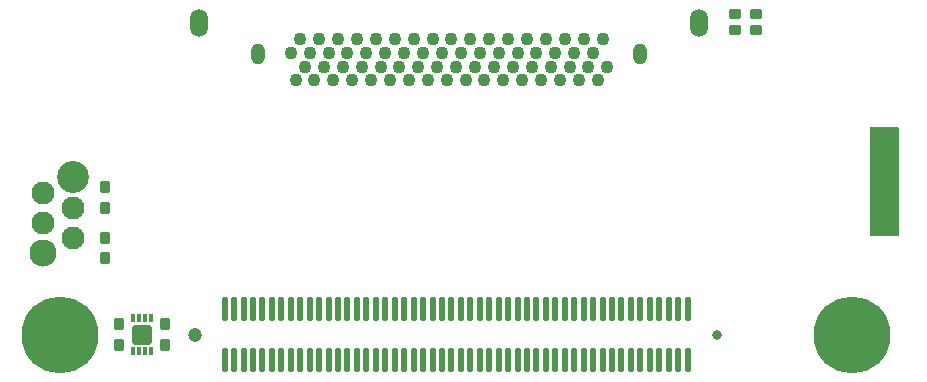
<source format=gts>
G04 #@! TF.GenerationSoftware,KiCad,Pcbnew,8.0.6*
G04 #@! TF.CreationDate,2024-11-07T02:27:06-08:00*
G04 #@! TF.ProjectId,hvd-68-vhdci,6876642d-3638-42d7-9668-6463692e6b69,1*
G04 #@! TF.SameCoordinates,Original*
G04 #@! TF.FileFunction,Soldermask,Top*
G04 #@! TF.FilePolarity,Negative*
%FSLAX46Y46*%
G04 Gerber Fmt 4.6, Leading zero omitted, Abs format (unit mm)*
G04 Created by KiCad (PCBNEW 8.0.6) date 2024-11-07 02:27:06*
%MOMM*%
%LPD*%
G01*
G04 APERTURE LIST*
G04 Aperture macros list*
%AMRoundRect*
0 Rectangle with rounded corners*
0 $1 Rounding radius*
0 $2 $3 $4 $5 $6 $7 $8 $9 X,Y pos of 4 corners*
0 Add a 4 corners polygon primitive as box body*
4,1,4,$2,$3,$4,$5,$6,$7,$8,$9,$2,$3,0*
0 Add four circle primitives for the rounded corners*
1,1,$1+$1,$2,$3*
1,1,$1+$1,$4,$5*
1,1,$1+$1,$6,$7*
1,1,$1+$1,$8,$9*
0 Add four rect primitives between the rounded corners*
20,1,$1+$1,$2,$3,$4,$5,0*
20,1,$1+$1,$4,$5,$6,$7,0*
20,1,$1+$1,$6,$7,$8,$9,0*
20,1,$1+$1,$8,$9,$2,$3,0*%
G04 Aperture macros list end*
%ADD10C,0.800000*%
%ADD11C,1.200000*%
%ADD12RoundRect,0.125000X0.125000X0.925000X-0.125000X0.925000X-0.125000X-0.925000X0.125000X-0.925000X0*%
%ADD13RoundRect,0.225000X0.225000X-0.275000X0.225000X0.275000X-0.225000X0.275000X-0.225000X-0.275000X0*%
%ADD14RoundRect,0.225000X-0.225000X0.275000X-0.225000X-0.275000X0.225000X-0.275000X0.225000X0.275000X0*%
%ADD15C,1.100000*%
%ADD16O,1.500000X2.350000*%
%ADD17O,1.200000X1.800000*%
%ADD18C,6.500000*%
%ADD19RoundRect,0.225000X0.275000X0.225000X-0.275000X0.225000X-0.275000X-0.225000X0.275000X-0.225000X0*%
%ADD20RoundRect,0.062500X0.137500X-0.287500X0.137500X0.287500X-0.137500X0.287500X-0.137500X-0.287500X0*%
%ADD21RoundRect,0.265625X0.584375X-0.584375X0.584375X0.584375X-0.584375X0.584375X-0.584375X-0.584375X0*%
%ADD22C,2.300000*%
%ADD23C,2.700000*%
%ADD24C,1.950000*%
%ADD25RoundRect,0.225000X-0.275000X-0.225000X0.275000X-0.225000X0.275000X0.225000X-0.275000X0.225000X0*%
G04 APERTURE END LIST*
D10*
G04 #@! TO.C,J1*
X-15400000Y4000000D03*
D11*
X-59600000Y4000000D03*
D12*
X-57100000Y1800000D03*
X-57100000Y6200000D03*
X-56300000Y1800001D03*
X-56300000Y6199999D03*
X-55500000Y1800000D03*
X-55500000Y6200000D03*
X-54700001Y1800000D03*
X-54700001Y6200000D03*
X-53900000Y1800000D03*
X-53900000Y6200000D03*
X-53100000Y1800000D03*
X-53100000Y6200000D03*
X-52299999Y1800000D03*
X-52299999Y6200000D03*
X-51500000Y1800000D03*
X-51500000Y6200000D03*
X-50700000Y1800001D03*
X-50700000Y6199999D03*
X-49900000Y1800000D03*
X-49900000Y6200000D03*
X-49100000Y1800000D03*
X-49100000Y6200000D03*
X-48300000Y1800000D03*
X-48300000Y6200000D03*
X-47500000Y1800000D03*
X-47500000Y6200000D03*
X-46699999Y1800000D03*
X-46699999Y6200000D03*
X-45900000Y1800000D03*
X-45900000Y6200000D03*
X-45100000Y1800001D03*
X-45100000Y6199999D03*
X-44300000Y1800000D03*
X-44300000Y6200000D03*
X-43500000Y1800000D03*
X-43500000Y6200000D03*
X-42700000Y1800000D03*
X-42700000Y6200000D03*
X-41900000Y1800000D03*
X-41900000Y6200000D03*
X-41099999Y1800000D03*
X-41099999Y6200000D03*
X-40300000Y1800000D03*
X-40300000Y6200000D03*
X-39500000Y1800001D03*
X-39500000Y6199999D03*
X-38700000Y1800000D03*
X-38700000Y6200000D03*
X-37900000Y1800000D03*
X-37900000Y6200000D03*
X-37100000Y1800000D03*
X-37100000Y6200000D03*
X-36300000Y1800000D03*
X-36300000Y6200000D03*
X-35500000Y1800001D03*
X-35500000Y6199999D03*
X-34700000Y1800000D03*
X-34700000Y6200000D03*
X-33900001Y1800000D03*
X-33900001Y6200000D03*
X-33100000Y1800000D03*
X-33100000Y6200000D03*
X-32300000Y1800000D03*
X-32300000Y6200000D03*
X-31500000Y1800000D03*
X-31500000Y6200000D03*
X-30700000Y1800000D03*
X-30700000Y6200000D03*
X-29900000Y1800001D03*
X-29900000Y6199999D03*
X-29100000Y1800000D03*
X-29100000Y6200000D03*
X-28300001Y1800000D03*
X-28300001Y6200000D03*
X-27500000Y1800000D03*
X-27500000Y6200000D03*
X-26700000Y1800000D03*
X-26700000Y6200000D03*
X-25900000Y1800000D03*
X-25900000Y6200000D03*
X-25100000Y1800000D03*
X-25100000Y6200000D03*
X-24300000Y1800001D03*
X-24300000Y6199999D03*
X-23500000Y1800000D03*
X-23500000Y6200000D03*
X-22700001Y1800000D03*
X-22700001Y6200000D03*
X-21900000Y1800000D03*
X-21900000Y6200000D03*
X-21100000Y1800000D03*
X-21100000Y6200000D03*
X-20299999Y1800000D03*
X-20299999Y6200000D03*
X-19500000Y1800000D03*
X-19500000Y6200000D03*
X-18700000Y1800001D03*
X-18700000Y6199999D03*
X-17900000Y1800000D03*
X-17900000Y6200000D03*
G04 #@! TD*
D13*
G04 #@! TO.C,R3*
X-67200000Y10450000D03*
X-67200000Y12150000D03*
G04 #@! TD*
D14*
G04 #@! TO.C,R2*
X-67200000Y16450000D03*
X-67200000Y14750000D03*
G04 #@! TD*
D13*
G04 #@! TO.C,C1*
X-66050000Y3150000D03*
X-66050000Y4850000D03*
G04 #@! TD*
D15*
G04 #@! TO.C,J4*
X-51100000Y25515000D03*
X-50300000Y26665000D03*
X-49500000Y25515000D03*
X-48700000Y26665000D03*
X-47900000Y25515000D03*
X-47100000Y26665000D03*
X-46300000Y25515000D03*
X-45500000Y26665000D03*
X-44700000Y25515000D03*
X-43900000Y26665000D03*
X-43100000Y25515000D03*
X-42300000Y26665000D03*
X-41500000Y25515000D03*
X-40700000Y26665000D03*
X-39900000Y25515000D03*
X-39100000Y26665000D03*
X-38300000Y25515000D03*
X-37500000Y26665000D03*
X-36700000Y25515000D03*
X-35900000Y26665000D03*
X-35100000Y25515000D03*
X-34300000Y26665000D03*
X-33500000Y25515000D03*
X-32700000Y26665000D03*
X-31900000Y25515000D03*
X-31100000Y26665000D03*
X-30300000Y25515000D03*
X-29500000Y26665000D03*
X-28700000Y25515000D03*
X-27900000Y26665000D03*
X-27100000Y25515000D03*
X-26300000Y26665000D03*
X-25500000Y25515000D03*
X-24700000Y26665000D03*
X-51500000Y27865000D03*
X-50700000Y29015000D03*
X-49900000Y27865000D03*
X-49100000Y29015000D03*
X-48300000Y27865000D03*
X-47500000Y29015000D03*
X-46700000Y27865000D03*
X-45900000Y29015000D03*
X-45100000Y27865000D03*
X-44300000Y29015000D03*
X-43500000Y27865000D03*
X-42700000Y29015000D03*
X-41900000Y27865000D03*
X-41100000Y29015000D03*
X-40300000Y27865000D03*
X-39500000Y29015000D03*
X-38700000Y27865000D03*
X-37900000Y29015000D03*
X-37100000Y27865000D03*
X-36300000Y29015000D03*
X-35500000Y27865000D03*
X-34700000Y29015000D03*
X-33900000Y27865000D03*
X-33100000Y29015000D03*
X-32300000Y27865000D03*
X-31500000Y29015000D03*
X-30700000Y27865000D03*
X-29900000Y29015000D03*
X-29100000Y27865000D03*
X-28300000Y29015000D03*
X-27500000Y27865000D03*
X-26700000Y29015000D03*
X-25900000Y27865000D03*
X-25100000Y29015000D03*
D16*
X-16950000Y30395000D03*
D17*
X-21925000Y27765000D03*
X-54275000Y27765000D03*
D16*
X-59250000Y30395000D03*
G04 #@! TD*
D18*
G04 #@! TO.C,H4*
X-4000000Y4000000D03*
G04 #@! TD*
D19*
G04 #@! TO.C,R4*
X-12150000Y29800000D03*
X-13850000Y29800000D03*
G04 #@! TD*
D13*
G04 #@! TO.C,R1*
X-62150000Y3150000D03*
X-62150000Y4850000D03*
G04 #@! TD*
D20*
G04 #@! TO.C,U1*
X-64850001Y2600000D03*
X-64350000Y2600000D03*
X-63850000Y2600000D03*
X-63349999Y2600000D03*
X-63349999Y5400000D03*
X-63850000Y5400000D03*
X-64350000Y5400000D03*
X-64850001Y5400000D03*
D21*
X-64100000Y4000000D03*
G04 #@! TD*
D22*
G04 #@! TO.C,J3*
X-72440000Y10870000D03*
D23*
X-69900000Y17340000D03*
D24*
X-72440000Y16010000D03*
X-69900000Y14740000D03*
X-72440000Y13470000D03*
X-69900000Y12200000D03*
G04 #@! TD*
D18*
G04 #@! TO.C,H3*
X-71000000Y4000000D03*
G04 #@! TD*
D25*
G04 #@! TO.C,C2*
X-13850000Y31100000D03*
X-12150000Y31100000D03*
G04 #@! TD*
G36*
X-56961Y21530315D02*
G01*
X-11206Y21477511D01*
X0Y21426000D01*
X0Y12474000D01*
X-19685Y12406961D01*
X-72489Y12361206D01*
X-124000Y12350000D01*
X-2376000Y12350000D01*
X-2443039Y12369685D01*
X-2488794Y12422489D01*
X-2500000Y12474000D01*
X-2500000Y21426000D01*
X-2480315Y21493039D01*
X-2427511Y21538794D01*
X-2376000Y21550000D01*
X-124000Y21550000D01*
X-56961Y21530315D01*
G37*
M02*

</source>
